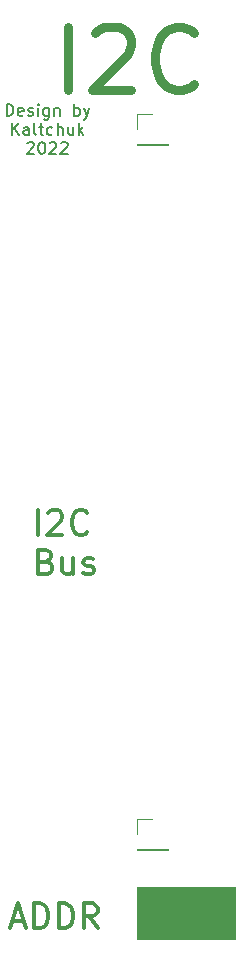
<source format=gbr>
%TF.GenerationSoftware,KiCad,Pcbnew,(6.0.4)*%
%TF.CreationDate,2022-06-06T18:32:31+03:00*%
%TF.ProjectId,I2C_frontal,4932435f-6672-46f6-9e74-616c2e6b6963,rev?*%
%TF.SameCoordinates,Original*%
%TF.FileFunction,Legend,Top*%
%TF.FilePolarity,Positive*%
%FSLAX46Y46*%
G04 Gerber Fmt 4.6, Leading zero omitted, Abs format (unit mm)*
G04 Created by KiCad (PCBNEW (6.0.4)) date 2022-06-06 18:32:31*
%MOMM*%
%LPD*%
G01*
G04 APERTURE LIST*
%ADD10C,0.100000*%
%ADD11C,0.330200*%
%ADD12C,0.787400*%
%ADD13C,0.150000*%
%ADD14C,0.120000*%
G04 APERTURE END LIST*
D10*
G36*
X192786000Y-127381000D02*
G01*
X184531000Y-127381000D01*
X184531000Y-122936000D01*
X192786000Y-122936000D01*
X192786000Y-127381000D01*
G37*
X192786000Y-127381000D02*
X184531000Y-127381000D01*
X184531000Y-122936000D01*
X192786000Y-122936000D01*
X192786000Y-127381000D01*
D11*
X176097534Y-93118565D02*
X176097534Y-91035765D01*
X176990163Y-91234126D02*
X177089344Y-91134946D01*
X177287706Y-91035765D01*
X177783610Y-91035765D01*
X177981972Y-91134946D01*
X178081153Y-91234126D01*
X178180334Y-91432488D01*
X178180334Y-91630850D01*
X178081153Y-91928393D01*
X176890982Y-93118565D01*
X178180334Y-93118565D01*
X180263134Y-92920203D02*
X180163953Y-93019384D01*
X179866410Y-93118565D01*
X179668049Y-93118565D01*
X179370506Y-93019384D01*
X179172144Y-92821022D01*
X179072963Y-92622660D01*
X178973782Y-92225936D01*
X178973782Y-91928393D01*
X179072963Y-91531669D01*
X179172144Y-91333307D01*
X179370506Y-91134946D01*
X179668049Y-91035765D01*
X179866410Y-91035765D01*
X180163953Y-91134946D01*
X180263134Y-91234126D01*
X176791801Y-95380882D02*
X177089344Y-95480063D01*
X177188525Y-95579244D01*
X177287706Y-95777606D01*
X177287706Y-96075149D01*
X177188525Y-96273511D01*
X177089344Y-96372692D01*
X176890982Y-96471873D01*
X176097534Y-96471873D01*
X176097534Y-94389073D01*
X176791801Y-94389073D01*
X176990163Y-94488254D01*
X177089344Y-94587434D01*
X177188525Y-94785796D01*
X177188525Y-94984158D01*
X177089344Y-95182520D01*
X176990163Y-95281701D01*
X176791801Y-95380882D01*
X176097534Y-95380882D01*
X179072963Y-95083339D02*
X179072963Y-96471873D01*
X178180334Y-95083339D02*
X178180334Y-96174330D01*
X178279515Y-96372692D01*
X178477877Y-96471873D01*
X178775420Y-96471873D01*
X178973782Y-96372692D01*
X179072963Y-96273511D01*
X179965591Y-96372692D02*
X180163953Y-96471873D01*
X180560677Y-96471873D01*
X180759039Y-96372692D01*
X180858220Y-96174330D01*
X180858220Y-96075149D01*
X180759039Y-95876787D01*
X180560677Y-95777606D01*
X180263134Y-95777606D01*
X180064772Y-95678425D01*
X179965591Y-95480063D01*
X179965591Y-95380882D01*
X180064772Y-95182520D01*
X180263134Y-95083339D01*
X180560677Y-95083339D01*
X180759039Y-95182520D01*
X173925895Y-125823133D02*
X174917704Y-125823133D01*
X173727533Y-126418219D02*
X174421800Y-124335419D01*
X175116066Y-126418219D01*
X175810333Y-126418219D02*
X175810333Y-124335419D01*
X176306238Y-124335419D01*
X176603780Y-124434600D01*
X176802142Y-124632961D01*
X176901323Y-124831323D01*
X177000504Y-125228047D01*
X177000504Y-125525590D01*
X176901323Y-125922314D01*
X176802142Y-126120676D01*
X176603780Y-126319038D01*
X176306238Y-126418219D01*
X175810333Y-126418219D01*
X177893133Y-126418219D02*
X177893133Y-124335419D01*
X178389038Y-124335419D01*
X178686580Y-124434600D01*
X178884942Y-124632961D01*
X178984123Y-124831323D01*
X179083304Y-125228047D01*
X179083304Y-125525590D01*
X178984123Y-125922314D01*
X178884942Y-126120676D01*
X178686580Y-126319038D01*
X178389038Y-126418219D01*
X177893133Y-126418219D01*
X181166104Y-126418219D02*
X180471838Y-125426409D01*
X179975933Y-126418219D02*
X179975933Y-124335419D01*
X180769380Y-124335419D01*
X180967742Y-124434600D01*
X181066923Y-124533780D01*
X181166104Y-124732142D01*
X181166104Y-125029685D01*
X181066923Y-125228047D01*
X180967742Y-125327228D01*
X180769380Y-125426409D01*
X179975933Y-125426409D01*
D12*
X178689000Y-55499000D02*
X178689000Y-50165000D01*
X180975000Y-50673000D02*
X181229000Y-50419000D01*
X181737000Y-50165000D01*
X183007000Y-50165000D01*
X183515000Y-50419000D01*
X183769000Y-50673000D01*
X184023000Y-51181000D01*
X184023000Y-51689000D01*
X183769000Y-52451000D01*
X180721000Y-55499000D01*
X184023000Y-55499000D01*
X189357000Y-54991000D02*
X189103000Y-55245000D01*
X188341000Y-55499000D01*
X187833000Y-55499000D01*
X187071000Y-55245000D01*
X186563000Y-54737000D01*
X186309000Y-54229000D01*
X186055000Y-53213000D01*
X186055000Y-52451000D01*
X186309000Y-51435000D01*
X186563000Y-50927000D01*
X187071000Y-50419000D01*
X187833000Y-50165000D01*
X188341000Y-50165000D01*
X189103000Y-50419000D01*
X189357000Y-50673000D01*
D13*
X173458619Y-57643380D02*
X173458619Y-56643380D01*
X173696714Y-56643380D01*
X173839571Y-56691000D01*
X173934809Y-56786238D01*
X173982428Y-56881476D01*
X174030047Y-57071952D01*
X174030047Y-57214809D01*
X173982428Y-57405285D01*
X173934809Y-57500523D01*
X173839571Y-57595761D01*
X173696714Y-57643380D01*
X173458619Y-57643380D01*
X174839571Y-57595761D02*
X174744333Y-57643380D01*
X174553857Y-57643380D01*
X174458619Y-57595761D01*
X174411000Y-57500523D01*
X174411000Y-57119571D01*
X174458619Y-57024333D01*
X174553857Y-56976714D01*
X174744333Y-56976714D01*
X174839571Y-57024333D01*
X174887190Y-57119571D01*
X174887190Y-57214809D01*
X174411000Y-57310047D01*
X175268142Y-57595761D02*
X175363380Y-57643380D01*
X175553857Y-57643380D01*
X175649095Y-57595761D01*
X175696714Y-57500523D01*
X175696714Y-57452904D01*
X175649095Y-57357666D01*
X175553857Y-57310047D01*
X175411000Y-57310047D01*
X175315761Y-57262428D01*
X175268142Y-57167190D01*
X175268142Y-57119571D01*
X175315761Y-57024333D01*
X175411000Y-56976714D01*
X175553857Y-56976714D01*
X175649095Y-57024333D01*
X176125285Y-57643380D02*
X176125285Y-56976714D01*
X176125285Y-56643380D02*
X176077666Y-56691000D01*
X176125285Y-56738619D01*
X176172904Y-56691000D01*
X176125285Y-56643380D01*
X176125285Y-56738619D01*
X177030047Y-56976714D02*
X177030047Y-57786238D01*
X176982428Y-57881476D01*
X176934809Y-57929095D01*
X176839571Y-57976714D01*
X176696714Y-57976714D01*
X176601476Y-57929095D01*
X177030047Y-57595761D02*
X176934809Y-57643380D01*
X176744333Y-57643380D01*
X176649095Y-57595761D01*
X176601476Y-57548142D01*
X176553857Y-57452904D01*
X176553857Y-57167190D01*
X176601476Y-57071952D01*
X176649095Y-57024333D01*
X176744333Y-56976714D01*
X176934809Y-56976714D01*
X177030047Y-57024333D01*
X177506238Y-56976714D02*
X177506238Y-57643380D01*
X177506238Y-57071952D02*
X177553857Y-57024333D01*
X177649095Y-56976714D01*
X177791952Y-56976714D01*
X177887190Y-57024333D01*
X177934809Y-57119571D01*
X177934809Y-57643380D01*
X179172904Y-57643380D02*
X179172904Y-56643380D01*
X179172904Y-57024333D02*
X179268142Y-56976714D01*
X179458619Y-56976714D01*
X179553857Y-57024333D01*
X179601476Y-57071952D01*
X179649095Y-57167190D01*
X179649095Y-57452904D01*
X179601476Y-57548142D01*
X179553857Y-57595761D01*
X179458619Y-57643380D01*
X179268142Y-57643380D01*
X179172904Y-57595761D01*
X179982428Y-56976714D02*
X180220523Y-57643380D01*
X180458619Y-56976714D02*
X180220523Y-57643380D01*
X180125285Y-57881476D01*
X180077666Y-57929095D01*
X179982428Y-57976714D01*
X173911000Y-59253380D02*
X173911000Y-58253380D01*
X174482428Y-59253380D02*
X174053857Y-58681952D01*
X174482428Y-58253380D02*
X173911000Y-58824809D01*
X175339571Y-59253380D02*
X175339571Y-58729571D01*
X175291952Y-58634333D01*
X175196714Y-58586714D01*
X175006238Y-58586714D01*
X174911000Y-58634333D01*
X175339571Y-59205761D02*
X175244333Y-59253380D01*
X175006238Y-59253380D01*
X174911000Y-59205761D01*
X174863380Y-59110523D01*
X174863380Y-59015285D01*
X174911000Y-58920047D01*
X175006238Y-58872428D01*
X175244333Y-58872428D01*
X175339571Y-58824809D01*
X175958619Y-59253380D02*
X175863380Y-59205761D01*
X175815761Y-59110523D01*
X175815761Y-58253380D01*
X176196714Y-58586714D02*
X176577666Y-58586714D01*
X176339571Y-58253380D02*
X176339571Y-59110523D01*
X176387190Y-59205761D01*
X176482428Y-59253380D01*
X176577666Y-59253380D01*
X177339571Y-59205761D02*
X177244333Y-59253380D01*
X177053857Y-59253380D01*
X176958619Y-59205761D01*
X176911000Y-59158142D01*
X176863380Y-59062904D01*
X176863380Y-58777190D01*
X176911000Y-58681952D01*
X176958619Y-58634333D01*
X177053857Y-58586714D01*
X177244333Y-58586714D01*
X177339571Y-58634333D01*
X177768142Y-59253380D02*
X177768142Y-58253380D01*
X178196714Y-59253380D02*
X178196714Y-58729571D01*
X178149095Y-58634333D01*
X178053857Y-58586714D01*
X177911000Y-58586714D01*
X177815761Y-58634333D01*
X177768142Y-58681952D01*
X179101476Y-58586714D02*
X179101476Y-59253380D01*
X178672904Y-58586714D02*
X178672904Y-59110523D01*
X178720523Y-59205761D01*
X178815761Y-59253380D01*
X178958619Y-59253380D01*
X179053857Y-59205761D01*
X179101476Y-59158142D01*
X179577666Y-59253380D02*
X179577666Y-58253380D01*
X179672904Y-58872428D02*
X179958619Y-59253380D01*
X179958619Y-58586714D02*
X179577666Y-58967666D01*
X175196714Y-59958619D02*
X175244333Y-59911000D01*
X175339571Y-59863380D01*
X175577666Y-59863380D01*
X175672904Y-59911000D01*
X175720523Y-59958619D01*
X175768142Y-60053857D01*
X175768142Y-60149095D01*
X175720523Y-60291952D01*
X175149095Y-60863380D01*
X175768142Y-60863380D01*
X176387190Y-59863380D02*
X176482428Y-59863380D01*
X176577666Y-59911000D01*
X176625285Y-59958619D01*
X176672904Y-60053857D01*
X176720523Y-60244333D01*
X176720523Y-60482428D01*
X176672904Y-60672904D01*
X176625285Y-60768142D01*
X176577666Y-60815761D01*
X176482428Y-60863380D01*
X176387190Y-60863380D01*
X176291952Y-60815761D01*
X176244333Y-60768142D01*
X176196714Y-60672904D01*
X176149095Y-60482428D01*
X176149095Y-60244333D01*
X176196714Y-60053857D01*
X176244333Y-59958619D01*
X176291952Y-59911000D01*
X176387190Y-59863380D01*
X177101476Y-59958619D02*
X177149095Y-59911000D01*
X177244333Y-59863380D01*
X177482428Y-59863380D01*
X177577666Y-59911000D01*
X177625285Y-59958619D01*
X177672904Y-60053857D01*
X177672904Y-60149095D01*
X177625285Y-60291952D01*
X177053857Y-60863380D01*
X177672904Y-60863380D01*
X178053857Y-59958619D02*
X178101476Y-59911000D01*
X178196714Y-59863380D01*
X178434809Y-59863380D01*
X178530047Y-59911000D01*
X178577666Y-59958619D01*
X178625285Y-60053857D01*
X178625285Y-60149095D01*
X178577666Y-60291952D01*
X178006238Y-60863380D01*
X178625285Y-60863380D01*
D14*
%TO.C,J8*%
X184471000Y-117161000D02*
X185801000Y-117161000D01*
X184471000Y-119821000D02*
X187131000Y-119821000D01*
X184471000Y-118491000D02*
X184471000Y-117161000D01*
X184471000Y-119761000D02*
X187131000Y-119761000D01*
X187131000Y-119761000D02*
X187131000Y-119821000D01*
X184471000Y-119761000D02*
X184471000Y-119821000D01*
%TO.C,J7*%
X184471000Y-60131000D02*
X187131000Y-60131000D01*
X184471000Y-57471000D02*
X185801000Y-57471000D01*
X187131000Y-60071000D02*
X187131000Y-60131000D01*
X184471000Y-58801000D02*
X184471000Y-57471000D01*
X184471000Y-60071000D02*
X187131000Y-60071000D01*
X184471000Y-60071000D02*
X184471000Y-60131000D01*
%TD*%
M02*

</source>
